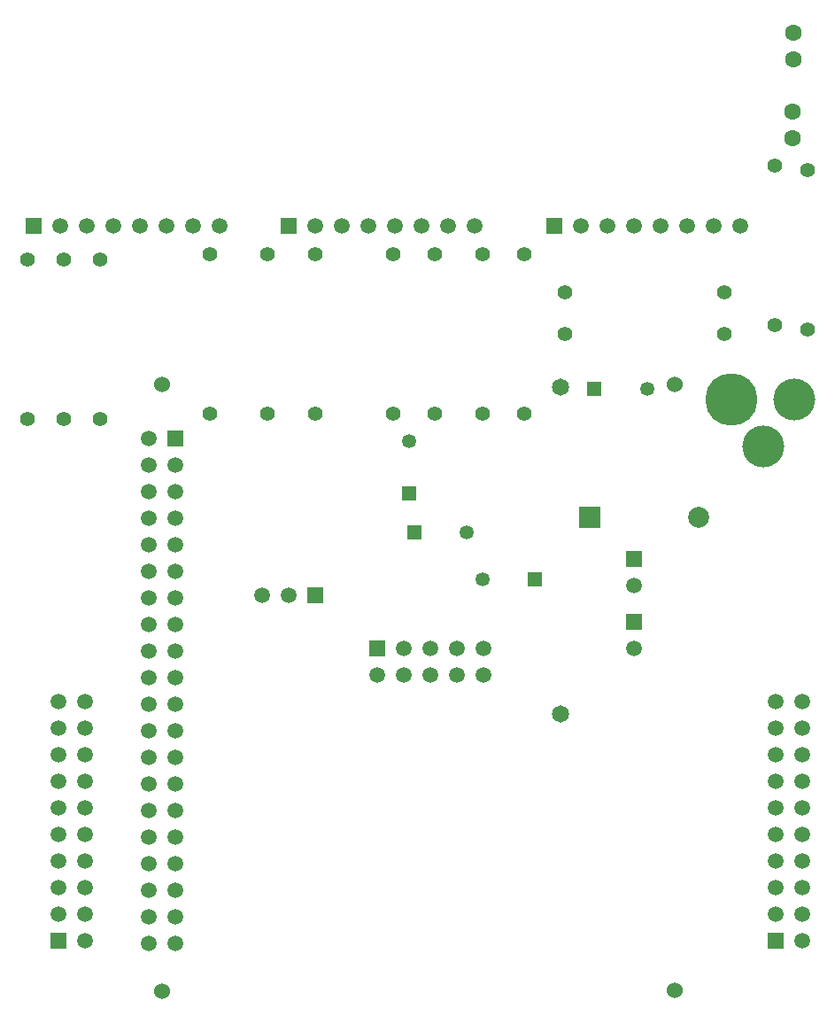
<source format=gbr>
G04 Layer_Color=255*
%FSLAX45Y45*%
%MOMM*%
%TF.FileFunction,Pads,Bot*%
%TF.Part,Single*%
G01*
G75*
%TA.AperFunction,ComponentPad*%
%ADD17C,5.00000*%
%ADD18C,4.00000*%
%ADD19C,1.50000*%
%ADD20R,1.50000X1.50000*%
%ADD21C,1.40000*%
%ADD22R,1.35000X1.35000*%
%ADD23C,1.35000*%
%TA.AperFunction,ViaPad*%
%ADD24C,1.52400*%
%TA.AperFunction,ComponentPad*%
%ADD25R,1.50000X1.50000*%
%ADD26R,1.35000X1.35000*%
%ADD27R,2.00000X2.00000*%
%ADD28C,2.00000*%
%ADD29C,1.65000*%
%ADD30C,1.60000*%
D17*
X12684999Y11525001D02*
D03*
D18*
X13285004D02*
D03*
X12984998Y11074999D02*
D03*
D19*
X11749998Y9146001D02*
D03*
Y9746001D02*
D03*
X9296400Y8890000D02*
D03*
X9550400Y9144000D02*
D03*
Y8890000D02*
D03*
X9804400Y9144000D02*
D03*
Y8890000D02*
D03*
X10058400Y9144000D02*
D03*
Y8890000D02*
D03*
X10312400Y9144000D02*
D03*
Y8890000D02*
D03*
X12770896Y13184302D02*
D03*
X12516896D02*
D03*
X12262896D02*
D03*
X12008896D02*
D03*
X11754896D02*
D03*
X11500896D02*
D03*
X11246896D02*
D03*
X10230896D02*
D03*
X9976896D02*
D03*
X9722896D02*
D03*
X9468896D02*
D03*
X9214896D02*
D03*
X8960896D02*
D03*
X8706896D02*
D03*
X7792496D02*
D03*
X7538496D02*
D03*
X7284496D02*
D03*
X7030496D02*
D03*
X6776496D02*
D03*
X6522496D02*
D03*
X6268496D02*
D03*
X13360400Y6350000D02*
D03*
X13106400Y6604000D02*
D03*
X13360400D02*
D03*
X13106400Y6858000D02*
D03*
X13360400D02*
D03*
X13106400Y7112000D02*
D03*
X13360400D02*
D03*
X13106400Y7366000D02*
D03*
X13360400D02*
D03*
X13106400Y7620000D02*
D03*
X13360400D02*
D03*
X13106400Y7874000D02*
D03*
X13360400D02*
D03*
X13106400Y8128000D02*
D03*
X13360400D02*
D03*
X13106400Y8382000D02*
D03*
X13360400D02*
D03*
X13106400Y8636000D02*
D03*
X13360400D02*
D03*
X6502400Y6350000D02*
D03*
X6248400Y6604000D02*
D03*
X6502400D02*
D03*
X6248400Y6858000D02*
D03*
X6502400D02*
D03*
X6248400Y7112000D02*
D03*
X6502400D02*
D03*
X6248400Y7366000D02*
D03*
X6502400D02*
D03*
X6248400Y7620000D02*
D03*
X6502400D02*
D03*
X6248400Y7874000D02*
D03*
X6502400D02*
D03*
X6248400Y8128000D02*
D03*
X6502400D02*
D03*
X6248400Y8382000D02*
D03*
X6502400D02*
D03*
X6248400Y8636000D02*
D03*
X6502400D02*
D03*
X7112000Y11150600D02*
D03*
X7366000Y10896600D02*
D03*
X7112000D02*
D03*
X7366000Y10642600D02*
D03*
X7112000D02*
D03*
X7366000Y10388600D02*
D03*
X7112000D02*
D03*
X7366000Y10134600D02*
D03*
X7112000D02*
D03*
X7366000Y9880600D02*
D03*
X7112000D02*
D03*
X7366000Y9626600D02*
D03*
X7112000D02*
D03*
X7366000Y9372600D02*
D03*
X7112000D02*
D03*
X7366000Y9118600D02*
D03*
X7112000D02*
D03*
X7366000Y8864600D02*
D03*
X7112000D02*
D03*
X7366000Y8610600D02*
D03*
X7112000D02*
D03*
X7366000Y8356600D02*
D03*
X7112000D02*
D03*
X7366000Y8102600D02*
D03*
X7112000D02*
D03*
X7366000Y7848600D02*
D03*
X7112000D02*
D03*
X7366000Y7594600D02*
D03*
X7112000D02*
D03*
X7366000Y7340600D02*
D03*
X7112000D02*
D03*
X7366000Y7086600D02*
D03*
X7112000D02*
D03*
X7366000Y6832600D02*
D03*
X7112000D02*
D03*
X7366000Y6578600D02*
D03*
X7112000D02*
D03*
X7366000Y6324600D02*
D03*
X7112000D02*
D03*
X8192002Y9649998D02*
D03*
X8446002D02*
D03*
D20*
X11749998Y9400001D02*
D03*
Y10000001D02*
D03*
X13106400Y6350000D02*
D03*
X6248400D02*
D03*
X7366000Y11150600D02*
D03*
D21*
X13099998Y12238000D02*
D03*
Y13762000D02*
D03*
X5950001Y12861996D02*
D03*
Y11337996D02*
D03*
X6300003D02*
D03*
Y12861996D02*
D03*
X6649999Y12862001D02*
D03*
Y11338001D02*
D03*
X7700000Y11387999D02*
D03*
Y12912000D02*
D03*
X12611999Y12549998D02*
D03*
X11087999D02*
D03*
X12611999Y12149999D02*
D03*
X11087999D02*
D03*
X10300000Y12912000D02*
D03*
Y11387999D02*
D03*
X10699999Y12912000D02*
D03*
Y11387999D02*
D03*
X8699998D02*
D03*
Y12912000D02*
D03*
X9849998Y11387999D02*
D03*
Y12912000D02*
D03*
X8250001D02*
D03*
Y11387999D02*
D03*
X9449999Y12912000D02*
D03*
Y11387999D02*
D03*
X13411200Y12192000D02*
D03*
Y13716000D02*
D03*
D22*
X9600001Y10624998D02*
D03*
D23*
Y11125002D02*
D03*
X10300000Y9800001D02*
D03*
X10150004Y10249998D02*
D03*
X11875003Y11625001D02*
D03*
D24*
X12139000Y11662999D02*
D03*
X7239000Y5863001D02*
D03*
X12139000Y5871799D02*
D03*
X7239000Y11662999D02*
D03*
D25*
X9296400Y9144000D02*
D03*
X10992896Y13184302D02*
D03*
X8452896D02*
D03*
X6014496D02*
D03*
X8700002Y9649998D02*
D03*
D26*
X10800004Y9800001D02*
D03*
X9650000Y10249998D02*
D03*
X11374999Y11625001D02*
D03*
D27*
X11327002Y10400000D02*
D03*
D28*
X12373000D02*
D03*
D29*
X11052002Y11640000D02*
D03*
Y8520000D02*
D03*
D30*
X13271500Y14021501D02*
D03*
Y14275500D02*
D03*
X13273003Y15027000D02*
D03*
Y14773000D02*
D03*
%TF.MD5,243EFB9D5D665644B8FBDEB87310E042*%
M02*

</source>
